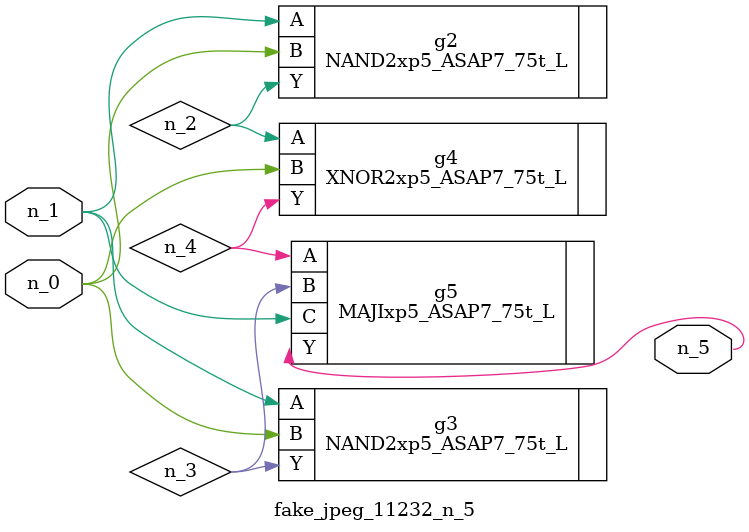
<source format=v>
module fake_jpeg_11232_n_5 (n_0, n_1, n_5);

input n_0;
input n_1;

output n_5;

wire n_3;
wire n_2;
wire n_4;

NAND2xp5_ASAP7_75t_L g2 ( 
.A(n_1),
.B(n_0),
.Y(n_2)
);

NAND2xp5_ASAP7_75t_L g3 ( 
.A(n_1),
.B(n_0),
.Y(n_3)
);

XNOR2xp5_ASAP7_75t_L g4 ( 
.A(n_2),
.B(n_0),
.Y(n_4)
);

MAJIxp5_ASAP7_75t_L g5 ( 
.A(n_4),
.B(n_3),
.C(n_1),
.Y(n_5)
);


endmodule
</source>
